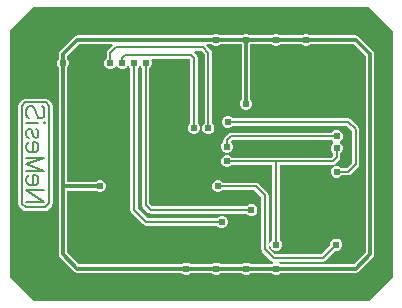
<source format=gbl>
G04*
G04 #@! TF.GenerationSoftware,Altium Limited,Altium Designer,23.4.1 (23)*
G04*
G04 Layer_Physical_Order=2*
G04 Layer_Color=16711680*
%FSLAX25Y25*%
%MOIN*%
G70*
G04*
G04 #@! TF.SameCoordinates,47F6D48D-2594-4982-AAFB-0A648C4F03F0*
G04*
G04*
G04 #@! TF.FilePolarity,Positive*
G04*
G01*
G75*
%ADD12C,0.00800*%
%ADD40C,0.01200*%
%ADD41C,0.02400*%
G36*
X284129Y244786D02*
Y162718D01*
X276281Y154870D01*
X164213D01*
X156372Y162712D01*
Y244785D01*
X164215Y252628D01*
X276286Y252628D01*
X284129Y244786D01*
D02*
G37*
%LPC*%
G36*
X255574Y243866D02*
X254779D01*
X254044Y243562D01*
X253776Y243294D01*
X246578D01*
X246310Y243562D01*
X245574Y243866D01*
X244779D01*
X244044Y243562D01*
X243776Y243294D01*
X236578D01*
X236310Y243562D01*
X235575Y243866D01*
X234779D01*
X234044Y243562D01*
X233776Y243294D01*
X226578D01*
X226310Y243562D01*
X225574Y243866D01*
X224779D01*
X224044Y243562D01*
X223776Y243294D01*
X178920D01*
X178920Y243294D01*
X178374Y243185D01*
X177911Y242876D01*
X177911Y242876D01*
X173203Y238167D01*
X172893Y237704D01*
X172785Y237158D01*
X172785Y237158D01*
Y235415D01*
X172517Y235147D01*
X172212Y234412D01*
Y233616D01*
X172517Y232881D01*
X172785Y232613D01*
Y193000D01*
Y170288D01*
X172785Y170288D01*
X172893Y169742D01*
X173203Y169279D01*
X177912Y164569D01*
X177912Y164569D01*
X178190Y164384D01*
X178375Y164260D01*
X178921Y164151D01*
X213821D01*
X214089Y163883D01*
X214824Y163578D01*
X215620D01*
X216355Y163883D01*
X216623Y164151D01*
X223821D01*
X224089Y163883D01*
X224824Y163578D01*
X225620D01*
X226355Y163883D01*
X226623Y164151D01*
X233821D01*
X234089Y163883D01*
X234824Y163578D01*
X235620D01*
X236355Y163883D01*
X236623Y164151D01*
X243821D01*
X244089Y163883D01*
X244824Y163578D01*
X245620D01*
X246355Y163883D01*
X246623Y164151D01*
X271768D01*
X271768Y164151D01*
X272314Y164260D01*
X272778Y164569D01*
X277509Y169301D01*
X277509Y169301D01*
X277695Y169579D01*
X277819Y169764D01*
X277927Y170310D01*
Y237152D01*
X277927Y237152D01*
X277819Y237699D01*
X277509Y238162D01*
X272795Y242876D01*
X272332Y243185D01*
X271786Y243294D01*
X271786Y243294D01*
X256578D01*
X256310Y243562D01*
X255574Y243866D01*
D02*
G37*
G36*
X168345Y222197D02*
X161654D01*
X161186Y222103D01*
X160789Y221838D01*
X159635Y220684D01*
X159370Y220287D01*
X159276Y219819D01*
Y187250D01*
X159370Y186782D01*
X159635Y186385D01*
X160856Y185164D01*
X161253Y184898D01*
X161721Y184805D01*
X168270D01*
X168739Y184898D01*
X169136Y185164D01*
X170365Y186393D01*
X170630Y186790D01*
X170723Y187258D01*
Y219818D01*
X170630Y220286D01*
X170365Y220683D01*
X169210Y221838D01*
X168813Y222103D01*
X168345Y222197D01*
D02*
G37*
%LPD*%
G36*
X275073Y236561D02*
Y170902D01*
X271177Y167006D01*
X246623D01*
X246355Y167274D01*
X246112Y167375D01*
X246212Y167875D01*
X260742D01*
X261210Y167968D01*
X261607Y168233D01*
X264952Y171579D01*
X265620D01*
X266355Y171883D01*
X266918Y172446D01*
X267222Y173181D01*
Y173976D01*
X266918Y174711D01*
X266355Y175274D01*
X265620Y175578D01*
X264824D01*
X264089Y175274D01*
X263527Y174711D01*
X263222Y173976D01*
Y173309D01*
X260235Y170322D01*
X244909D01*
X242723Y172507D01*
Y173177D01*
X243222Y173181D01*
X243527Y172446D01*
X244089Y171883D01*
X244824Y171579D01*
X245620D01*
X246355Y171883D01*
X246918Y172446D01*
X247222Y173181D01*
Y173976D01*
X246918Y174711D01*
X246446Y175183D01*
Y200131D01*
X264084D01*
X264552Y200224D01*
X264949Y200489D01*
X266258Y201799D01*
X266523Y202196D01*
X266617Y202664D01*
Y204102D01*
X267089Y204574D01*
X267393Y205309D01*
Y206105D01*
X267089Y206840D01*
X266526Y207403D01*
X266471Y207426D01*
Y207926D01*
X266526Y207949D01*
X267089Y208511D01*
X267393Y209246D01*
Y210042D01*
X267089Y210777D01*
X266526Y211340D01*
X265791Y211644D01*
X264995D01*
X264260Y211340D01*
X263788Y210868D01*
X230144D01*
X229676Y210774D01*
X229279Y210509D01*
X227954Y209184D01*
X227689Y208787D01*
X227595Y208319D01*
Y207756D01*
X227123Y207284D01*
X226819Y206549D01*
Y205753D01*
X227123Y205018D01*
X227686Y204455D01*
X228421Y204151D01*
X229217D01*
X229952Y204455D01*
X230515Y205018D01*
X230819Y205753D01*
Y206549D01*
X230515Y207284D01*
X230043Y207756D01*
Y207812D01*
X230651Y208421D01*
X263788D01*
X264260Y207949D01*
X264316Y207926D01*
Y207426D01*
X264260Y207403D01*
X263698Y206840D01*
X263393Y206105D01*
Y205309D01*
X263698Y204574D01*
X264170Y204102D01*
Y203170D01*
X263577Y202578D01*
X230423D01*
X229951Y203050D01*
X229216Y203355D01*
X228421D01*
X227685Y203050D01*
X227123Y202487D01*
X226818Y201752D01*
Y200957D01*
X227123Y200222D01*
X227685Y199659D01*
X228421Y199355D01*
X229216D01*
X229951Y199659D01*
X230423Y200131D01*
X243999D01*
Y175183D01*
X243527Y174711D01*
X243222Y173976D01*
X242723Y173980D01*
Y190000D01*
X242630Y190468D01*
X242365Y190865D01*
X239365Y193865D01*
X238968Y194130D01*
X238500Y194223D01*
X227480D01*
X227005Y194698D01*
X226270Y195003D01*
X225475D01*
X224739Y194698D01*
X224177Y194136D01*
X223872Y193401D01*
Y192605D01*
X224177Y191870D01*
X224739Y191307D01*
X225475Y191003D01*
X226270D01*
X227005Y191307D01*
X227474Y191777D01*
X237993D01*
X240277Y189493D01*
Y172000D01*
X240370Y171532D01*
X240635Y171135D01*
X243537Y168233D01*
X243934Y167968D01*
X244288Y167897D01*
X244376Y167517D01*
X244367Y167389D01*
X244089Y167274D01*
X243821Y167006D01*
X236623D01*
X236355Y167274D01*
X235620Y167578D01*
X234824D01*
X234089Y167274D01*
X233821Y167006D01*
X226623D01*
X226355Y167274D01*
X225620Y167578D01*
X224824D01*
X224089Y167274D01*
X223821Y167006D01*
X216623D01*
X216355Y167274D01*
X215620Y167578D01*
X214824D01*
X214089Y167274D01*
X213821Y167006D01*
X179513D01*
X175640Y170879D01*
Y191573D01*
X185099D01*
X185367Y191305D01*
X186102Y191000D01*
X186898D01*
X187633Y191305D01*
X188196Y191867D01*
X188500Y192602D01*
Y193398D01*
X188196Y194133D01*
X187633Y194695D01*
X186898Y195000D01*
X186102D01*
X185367Y194695D01*
X185099Y194427D01*
X175640D01*
Y232613D01*
X175908Y232881D01*
X176212Y233616D01*
Y234412D01*
X175908Y235147D01*
X175640Y235415D01*
Y236567D01*
X179512Y240439D01*
X190501D01*
X190708Y239939D01*
X189102Y238332D01*
X188837Y237935D01*
X188744Y237467D01*
Y235613D01*
X188272Y235141D01*
X187967Y234406D01*
Y233610D01*
X188272Y232875D01*
X188834Y232312D01*
X189569Y232008D01*
X190365D01*
X191100Y232312D01*
X191663Y232875D01*
X191686Y232930D01*
X192186D01*
X192209Y232875D01*
X192771Y232312D01*
X193506Y232008D01*
X194302D01*
X195037Y232312D01*
X195600Y232875D01*
X195623Y232930D01*
X196123D01*
X196146Y232875D01*
X196618Y232403D01*
Y185159D01*
X196711Y184691D01*
X196976Y184294D01*
X200995Y180275D01*
X201392Y180010D01*
X201860Y179917D01*
X225535D01*
X226007Y179445D01*
X226742Y179140D01*
X227538D01*
X228273Y179445D01*
X228836Y180007D01*
X229140Y180742D01*
Y181538D01*
X228836Y182273D01*
X228273Y182836D01*
X227538Y183140D01*
X226742D01*
X226007Y182836D01*
X225535Y182364D01*
X202367D01*
X199065Y185666D01*
Y232403D01*
X199537Y232875D01*
X199557Y232924D01*
X200057D01*
X200075Y232881D01*
X200547Y232409D01*
Y186781D01*
X200640Y186312D01*
X200905Y185915D01*
X202620Y184200D01*
X203017Y183935D01*
X203485Y183842D01*
X235377D01*
X235849Y183370D01*
X236584Y183065D01*
X237380D01*
X238115Y183370D01*
X238678Y183932D01*
X238982Y184668D01*
Y185463D01*
X238678Y186198D01*
X238115Y186761D01*
X237380Y187065D01*
X236584D01*
X235849Y186761D01*
X235377Y186289D01*
X203992D01*
X202994Y187287D01*
Y232409D01*
X203466Y232881D01*
X203770Y233616D01*
Y234412D01*
X203500Y235063D01*
X203702Y235563D01*
X216431D01*
X216629Y235366D01*
Y213926D01*
X216157Y213454D01*
X215852Y212719D01*
Y211924D01*
X216157Y211189D01*
X216719Y210626D01*
X217454Y210321D01*
X218250D01*
X218985Y210626D01*
X219548Y211189D01*
X219852Y211924D01*
Y212719D01*
X219548Y213454D01*
X219075Y213926D01*
Y235873D01*
X218982Y236341D01*
X218717Y236738D01*
X217920Y237535D01*
X218072Y237997D01*
X218102Y238035D01*
X220350D01*
X221424Y236961D01*
Y213926D01*
X220952Y213454D01*
X220648Y212719D01*
Y211924D01*
X220952Y211189D01*
X221515Y210626D01*
X222250Y210321D01*
X223046D01*
X223781Y210626D01*
X224343Y211189D01*
X224648Y211924D01*
Y212719D01*
X224343Y213454D01*
X223871Y213926D01*
Y237467D01*
X223778Y237935D01*
X223513Y238332D01*
X221907Y239939D01*
X222114Y240439D01*
X223776D01*
X224044Y240171D01*
X224779Y239866D01*
X225574D01*
X226310Y240171D01*
X226578Y240439D01*
X233749D01*
Y221886D01*
X233481Y221618D01*
X233177Y220883D01*
Y220088D01*
X233481Y219353D01*
X234044Y218790D01*
X234779Y218485D01*
X235575D01*
X236310Y218790D01*
X236872Y219353D01*
X237177Y220088D01*
Y220883D01*
X236872Y221618D01*
X236604Y221886D01*
Y240439D01*
X243776D01*
X244044Y240171D01*
X244779Y239866D01*
X245574D01*
X246310Y240171D01*
X246578Y240439D01*
X253776D01*
X254044Y240171D01*
X254779Y239866D01*
X255574D01*
X256310Y240171D01*
X256578Y240439D01*
X271195D01*
X275073Y236561D01*
D02*
G37*
%LPC*%
G36*
X229505Y216455D02*
X228710D01*
X227975Y216150D01*
X227412Y215588D01*
X227108Y214853D01*
Y214057D01*
X227412Y213322D01*
X227975Y212759D01*
X228710Y212455D01*
X229505D01*
X230241Y212759D01*
X230713Y213231D01*
X268829D01*
X270556Y211504D01*
Y200791D01*
X268822Y199057D01*
X266998D01*
X266526Y199529D01*
X265791Y199833D01*
X264995D01*
X264260Y199529D01*
X263698Y198966D01*
X263393Y198231D01*
Y197435D01*
X263698Y196700D01*
X264260Y196138D01*
X264995Y195833D01*
X265791D01*
X266526Y196138D01*
X266998Y196610D01*
X269329D01*
X269797Y196703D01*
X270194Y196968D01*
X272645Y199419D01*
X272910Y199816D01*
X273003Y200285D01*
Y212010D01*
X272910Y212479D01*
X272645Y212876D01*
X270200Y215320D01*
X269804Y215585D01*
X269335Y215679D01*
X230713D01*
X230241Y216150D01*
X229505Y216455D01*
D02*
G37*
%LPD*%
D12*
X168270Y186029D02*
X169500Y187258D01*
X161721Y186029D02*
X168270D01*
X169500Y187258D02*
Y219818D01*
X160500Y187250D02*
X161721Y186029D01*
X160500Y187250D02*
Y219819D01*
X168345Y220973D02*
X169500Y219818D01*
X161654Y220973D02*
X168345D01*
X160500Y219819D02*
X161654Y220973D01*
X229108Y214455D02*
X269335D01*
X225872Y193000D02*
X238500D01*
X241500Y190000D01*
Y172000D02*
Y190000D01*
Y172000D02*
X244402Y169098D01*
X260742D01*
X265222Y173579D01*
X269335Y214455D02*
X271780Y212010D01*
X269329Y197833D02*
X271780Y200285D01*
Y212010D01*
X265393Y197833D02*
X269329D01*
X236982Y185065D02*
X236982Y185065D01*
X203485Y185065D02*
X236982D01*
X264084Y201355D02*
X265393Y202664D01*
X245222Y201355D02*
X264084D01*
X265393Y202664D02*
Y205707D01*
X194821Y236787D02*
X216938D01*
X217852Y212321D02*
Y235873D01*
X216938Y236787D02*
X217852Y235873D01*
X191759Y239259D02*
X220856D01*
X222648Y212321D02*
Y237467D01*
X220856Y239259D02*
X222648Y237467D01*
X201770Y186781D02*
X203485Y185065D01*
X201770Y186781D02*
Y234014D01*
X201860Y181140D02*
X227140D01*
X197841Y185159D02*
X201860Y181140D01*
X197841Y185159D02*
Y234008D01*
X228818Y201355D02*
X245222D01*
Y173579D02*
Y201349D01*
X228819Y206151D02*
Y208319D01*
X230144Y209644D01*
X265393D01*
X189967Y237467D02*
X191759Y239259D01*
X193904Y235870D02*
X194821Y236787D01*
X193904Y234008D02*
Y235870D01*
X189967Y234008D02*
Y237467D01*
X167987Y187632D02*
X161989D01*
X167987D02*
X161989Y191631D01*
X167987D02*
X161989D01*
X164274Y193288D02*
Y196716D01*
X164845D01*
X165416Y196430D01*
X165702Y196144D01*
X165988Y195573D01*
Y194716D01*
X165702Y194145D01*
X165131Y193574D01*
X164274Y193288D01*
X163702D01*
X162846Y193574D01*
X162274Y194145D01*
X161989Y194716D01*
Y195573D01*
X162274Y196144D01*
X162846Y196716D01*
X167987Y198001D02*
X161989D01*
X167987D02*
X161989Y200287D01*
X167987Y202572D02*
X161989Y200287D01*
X167987Y202572D02*
X161989D01*
X164274Y204286D02*
Y207714D01*
X164845D01*
X165416Y207428D01*
X165702Y207142D01*
X165988Y206571D01*
Y205714D01*
X165702Y205143D01*
X165131Y204571D01*
X164274Y204286D01*
X163702D01*
X162846Y204571D01*
X162274Y205143D01*
X161989Y205714D01*
Y206571D01*
X162274Y207142D01*
X162846Y207714D01*
X165131Y212141D02*
X165702Y211855D01*
X165988Y210999D01*
Y210141D01*
X165702Y209284D01*
X165131Y208999D01*
X164559Y209284D01*
X164274Y209856D01*
X163988Y211284D01*
X163702Y211855D01*
X163131Y212141D01*
X162846D01*
X162274Y211855D01*
X161989Y210999D01*
Y210141D01*
X162274Y209284D01*
X162846Y208999D01*
X167987Y213969D02*
X167702Y214255D01*
X167987Y214541D01*
X168273Y214255D01*
X167987Y213969D01*
X165988Y214255D02*
X161989D01*
X167130Y219597D02*
X167702Y219025D01*
X167987Y218168D01*
Y217026D01*
X167702Y216169D01*
X167130Y215598D01*
X166559D01*
X165988Y215883D01*
X165702Y216169D01*
X165416Y216740D01*
X164845Y218454D01*
X164559Y219025D01*
X164274Y219311D01*
X163702Y219597D01*
X162846D01*
X162274Y219025D01*
X161989Y218168D01*
Y217026D01*
X162274Y216169D01*
X162846Y215598D01*
D40*
X215222Y165578D02*
X225222D01*
X235222D01*
X245222D01*
X271768D01*
X276500Y170310D02*
Y237152D01*
X271768Y165578D02*
X276500Y170310D01*
X235177Y241866D02*
X245177D01*
X255177D01*
X271786D01*
X276500Y237152D01*
X174212Y234014D02*
Y237158D01*
X178920Y241866D02*
X225177D01*
X174212Y237158D02*
X178920Y241866D01*
X178921Y165578D02*
X215222D01*
X174212Y170288D02*
Y193000D01*
Y170288D02*
X178921Y165578D01*
X174212Y193000D02*
Y234014D01*
X235177Y220485D02*
Y241866D01*
X174212Y193000D02*
X186500D01*
X225177Y241866D02*
X235177D01*
D41*
X189500Y183577D02*
D03*
X230500Y197000D02*
D03*
X240500Y220500D02*
D03*
X225872Y193003D02*
D03*
X229108Y214455D02*
D03*
X265222Y173579D02*
D03*
X211000Y211500D02*
D03*
Y198000D02*
D03*
X189500Y223000D02*
D03*
X167746Y159253D02*
D03*
X182746D02*
D03*
X197746D02*
D03*
X212746D02*
D03*
X227746D02*
D03*
X242746D02*
D03*
X257746D02*
D03*
X272746D02*
D03*
Y248252D02*
D03*
X257746D02*
D03*
X242746D02*
D03*
X227746D02*
D03*
X212746D02*
D03*
X197746D02*
D03*
X182746D02*
D03*
X265393Y193895D02*
D03*
X178156Y234008D02*
D03*
X245222Y165578D02*
D03*
X235222D02*
D03*
X255177Y241866D02*
D03*
X245177D02*
D03*
X236982Y185065D02*
D03*
X235177Y220485D02*
D03*
X186500Y193000D02*
D03*
X228819Y206151D02*
D03*
X228818Y201355D02*
D03*
X222648Y212321D02*
D03*
X217852D02*
D03*
X235177Y241866D02*
D03*
X225222Y165578D02*
D03*
X215222D02*
D03*
X245222Y173579D02*
D03*
X265393Y197833D02*
D03*
Y205707D02*
D03*
Y209644D02*
D03*
X227140Y181140D02*
D03*
X201770Y234014D02*
D03*
X197841Y234008D02*
D03*
X193904D02*
D03*
X189967D02*
D03*
X174212Y234014D02*
D03*
X225177Y241866D02*
D03*
M02*

</source>
